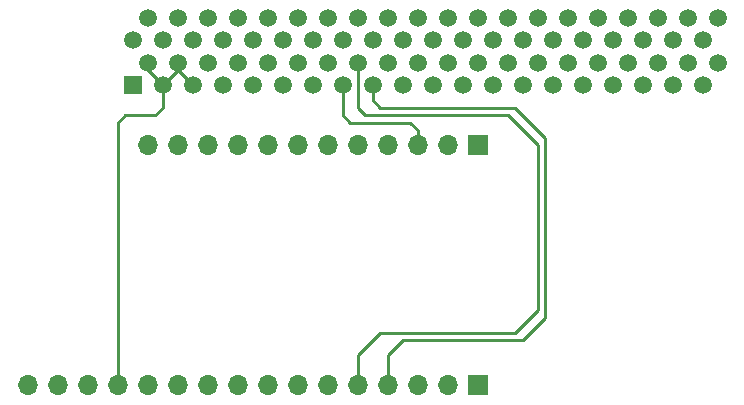
<source format=gtl>
G04 #@! TF.GenerationSoftware,KiCad,Pcbnew,(6.0.5-0)*
G04 #@! TF.CreationDate,2022-06-07T21:37:56+01:00*
G04 #@! TF.ProjectId,microbit_eink_feather_adaptor,6d696372-6f62-4697-945f-65696e6b5f66,rev?*
G04 #@! TF.SameCoordinates,Original*
G04 #@! TF.FileFunction,Copper,L1,Top*
G04 #@! TF.FilePolarity,Positive*
%FSLAX46Y46*%
G04 Gerber Fmt 4.6, Leading zero omitted, Abs format (unit mm)*
G04 Created by KiCad (PCBNEW (6.0.5-0)) date 2022-06-07 21:37:56*
%MOMM*%
%LPD*%
G01*
G04 APERTURE LIST*
G04 #@! TA.AperFunction,ComponentPad*
%ADD10R,1.500000X1.500000*%
G04 #@! TD*
G04 #@! TA.AperFunction,ComponentPad*
%ADD11C,1.500000*%
G04 #@! TD*
G04 #@! TA.AperFunction,ComponentPad*
%ADD12R,1.700000X1.700000*%
G04 #@! TD*
G04 #@! TA.AperFunction,ComponentPad*
%ADD13O,1.700000X1.700000*%
G04 #@! TD*
G04 #@! TA.AperFunction,Conductor*
%ADD14C,0.250000*%
G04 #@! TD*
G04 APERTURE END LIST*
D10*
X66040000Y-72390000D03*
D11*
X66040000Y-68590000D03*
X67310000Y-70490000D03*
X67310000Y-66690000D03*
X68580000Y-72390000D03*
X68580000Y-68590000D03*
X69850000Y-70490000D03*
X69850000Y-66690000D03*
X71120000Y-72390000D03*
X71120000Y-68590000D03*
X72390000Y-70490000D03*
X72390000Y-66690000D03*
X73660000Y-72390000D03*
X73660000Y-68590000D03*
X74930000Y-70490000D03*
X74930000Y-66690000D03*
X76200000Y-72390000D03*
X76200000Y-68590000D03*
X77470000Y-70490000D03*
X77470000Y-66690000D03*
X78740000Y-72390000D03*
X78740000Y-68590000D03*
X80010000Y-70490000D03*
X80010000Y-66690000D03*
X81280000Y-72390000D03*
X81280000Y-68590000D03*
X82550000Y-70490000D03*
X82550000Y-66690000D03*
X83820000Y-72390000D03*
X83820000Y-68590000D03*
X85090000Y-70490000D03*
X85090000Y-66690000D03*
X86360000Y-72390000D03*
X86360000Y-68590000D03*
X87630000Y-70490000D03*
X87630000Y-66690000D03*
X88900000Y-72390000D03*
X88900000Y-68590000D03*
X90170000Y-70490000D03*
X90170000Y-66690000D03*
X91440000Y-72390000D03*
X91440000Y-68590000D03*
X92710000Y-70490000D03*
X92710000Y-66690000D03*
X93980000Y-72390000D03*
X93980000Y-68590000D03*
X95250000Y-70490000D03*
X95250000Y-66690000D03*
X96520000Y-72390000D03*
X96520000Y-68590000D03*
X97790000Y-70490000D03*
X97790000Y-66690000D03*
X99060000Y-72390000D03*
X99060000Y-68590000D03*
X100330000Y-70490000D03*
X100330000Y-66690000D03*
X101600000Y-72390000D03*
X101600000Y-68590000D03*
X102870000Y-70490000D03*
X102870000Y-66690000D03*
X104140000Y-72390000D03*
X104140000Y-68590000D03*
X105410000Y-70490000D03*
X105410000Y-66690000D03*
X106680000Y-72390000D03*
X106680000Y-68590000D03*
X107950000Y-70490000D03*
X107950000Y-66690000D03*
X109220000Y-72390000D03*
X109220000Y-68590000D03*
X110490000Y-70490000D03*
X110490000Y-66690000D03*
X111760000Y-72390000D03*
X111760000Y-68590000D03*
X113030000Y-70490000D03*
X113030000Y-66690000D03*
X114300000Y-72390000D03*
X114300000Y-68590000D03*
X115570000Y-70490000D03*
X115570000Y-66690000D03*
D12*
X95250000Y-97790000D03*
D13*
X92710000Y-97790000D03*
X90170000Y-97790000D03*
X87630000Y-97790000D03*
X85090000Y-97790000D03*
X82550000Y-97790000D03*
X80010000Y-97790000D03*
X77470000Y-97790000D03*
X74930000Y-97790000D03*
X72390000Y-97790000D03*
X69850000Y-97790000D03*
X67310000Y-97790000D03*
X64770000Y-97790000D03*
X62230000Y-97790000D03*
X59690000Y-97790000D03*
X57150000Y-97790000D03*
X67310000Y-77470000D03*
X69850000Y-77470000D03*
X72390000Y-77470000D03*
X74930000Y-77470000D03*
X77470000Y-77470000D03*
X80010000Y-77470000D03*
X82550000Y-77470000D03*
X85090000Y-77470000D03*
X87630000Y-77470000D03*
X90170000Y-77470000D03*
X92710000Y-77470000D03*
D12*
X95250000Y-77470000D03*
D14*
X90170000Y-76200000D02*
X90170000Y-77470000D01*
X89535000Y-75565000D02*
X90170000Y-76200000D01*
X83820000Y-74930000D02*
X84455000Y-75565000D01*
X84455000Y-75565000D02*
X89535000Y-75565000D01*
X83820000Y-72390000D02*
X83820000Y-74930000D01*
X68580000Y-72390000D02*
X68580000Y-74295000D01*
X68580000Y-74295000D02*
X67945000Y-74930000D01*
X67945000Y-74930000D02*
X65405000Y-74930000D01*
X65405000Y-74930000D02*
X64770000Y-75565000D01*
X64770000Y-75565000D02*
X64770000Y-97790000D01*
X86360000Y-72390000D02*
X86360000Y-73660000D01*
X100965000Y-76835000D02*
X100965000Y-92075000D01*
X100965000Y-92075000D02*
X99060000Y-93980000D01*
X99060000Y-93980000D02*
X88900000Y-93980000D01*
X98425000Y-74295000D02*
X100965000Y-76835000D01*
X86995000Y-74295000D02*
X98425000Y-74295000D01*
X86360000Y-73660000D02*
X86995000Y-74295000D01*
X88900000Y-93980000D02*
X87630000Y-95250000D01*
X87630000Y-95250000D02*
X87630000Y-97790000D01*
X85090000Y-74295000D02*
X85725000Y-74930000D01*
X85725000Y-74930000D02*
X97790000Y-74930000D01*
X85090000Y-70490000D02*
X85090000Y-74295000D01*
X85090000Y-95250000D02*
X85090000Y-97790000D01*
X97790000Y-74930000D02*
X100330000Y-77470000D01*
X100330000Y-77470000D02*
X100330000Y-91440000D01*
X100330000Y-91440000D02*
X98425000Y-93345000D01*
X98425000Y-93345000D02*
X86995000Y-93345000D01*
X86995000Y-93345000D02*
X85090000Y-95250000D01*
X69850000Y-70490000D02*
X69850000Y-71120000D01*
X69850000Y-71120000D02*
X71120000Y-72390000D01*
X69850000Y-71120000D02*
X68580000Y-72390000D01*
X67310000Y-70490000D02*
X67310000Y-71120000D01*
X67310000Y-71120000D02*
X68580000Y-72390000D01*
M02*

</source>
